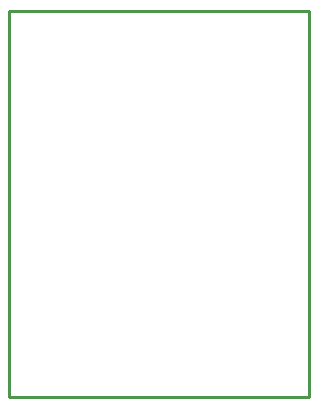
<source format=gbr>
G04 EAGLE Gerber RS-274X export*
G75*
%MOMM*%
%FSLAX34Y34*%
%LPD*%
%IN*%
%IPPOS*%
%AMOC8*
5,1,8,0,0,1.08239X$1,22.5*%
G01*
%ADD10C,0.254000*%


D10*
X431800Y-12700D02*
X685600Y-12700D01*
X685600Y314200D01*
X431800Y314200D01*
X431800Y-12700D01*
M02*

</source>
